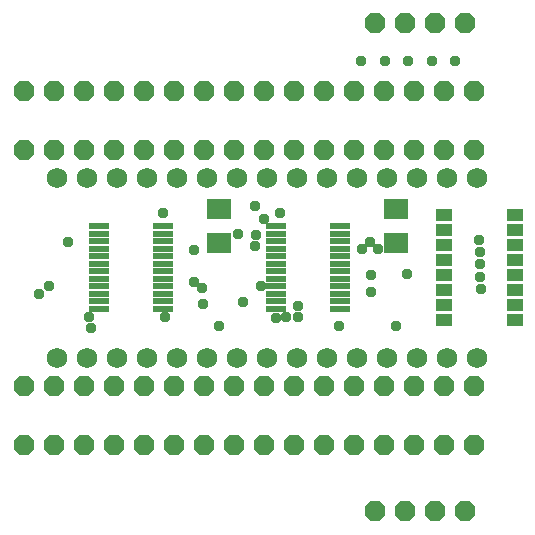
<source format=gbr>
G04 EAGLE Gerber RS-274X export*
G75*
%MOMM*%
%FSLAX34Y34*%
%LPD*%
%INSoldermask Top*%
%IPPOS*%
%AMOC8*
5,1,8,0,0,1.08239X$1,22.5*%
G01*
%ADD10P,1.869504X8X22.500000*%
%ADD11C,1.727200*%
%ADD12R,1.703200X0.603200*%
%ADD13R,1.403200X1.003200*%
%ADD14R,2.006200X1.803200*%
%ADD15C,0.959600*%


D10*
X14500Y74700D03*
X39900Y74700D03*
X65300Y74700D03*
X90700Y74700D03*
X116100Y74700D03*
X141500Y74700D03*
X166900Y74700D03*
X192300Y74700D03*
X217700Y74700D03*
X243100Y74700D03*
X268500Y74700D03*
X293900Y74700D03*
X319300Y74700D03*
X344700Y74700D03*
X370100Y74700D03*
X395500Y74700D03*
X14500Y124700D03*
X39900Y124700D03*
X65300Y124700D03*
X90700Y124700D03*
X116100Y124700D03*
X141500Y124700D03*
X166900Y124700D03*
X192300Y124700D03*
X217700Y124700D03*
X243100Y124700D03*
X268500Y124700D03*
X293900Y124700D03*
X319300Y124700D03*
X344700Y124700D03*
X370100Y124700D03*
X395500Y124700D03*
X14500Y324700D03*
X39900Y324700D03*
X65300Y324700D03*
X90700Y324700D03*
X116100Y324700D03*
X141500Y324700D03*
X166900Y324700D03*
X192300Y324700D03*
X217700Y324700D03*
X243100Y324700D03*
X268500Y324700D03*
X293900Y324700D03*
X319300Y324700D03*
X344700Y324700D03*
X370100Y324700D03*
X395500Y324700D03*
X14500Y374700D03*
X39900Y374700D03*
X65300Y374700D03*
X90700Y374700D03*
X116100Y374700D03*
X141500Y374700D03*
X166900Y374700D03*
X192300Y374700D03*
X217700Y374700D03*
X243100Y374700D03*
X268500Y374700D03*
X293900Y374700D03*
X319300Y374700D03*
X344700Y374700D03*
X370100Y374700D03*
X395500Y374700D03*
X311900Y18700D03*
X337300Y18700D03*
X362700Y18700D03*
X388100Y18700D03*
X311900Y431700D03*
X337300Y431700D03*
X362700Y431700D03*
X388100Y431700D03*
D11*
X220000Y301200D03*
X245400Y301200D03*
X270800Y301200D03*
X296200Y301200D03*
X321600Y301200D03*
X347000Y301200D03*
X194600Y301200D03*
X169200Y301200D03*
X143800Y301200D03*
X118400Y301200D03*
X93000Y301200D03*
X67600Y301200D03*
X42200Y301200D03*
X372400Y301200D03*
X397800Y301200D03*
X220000Y148800D03*
X194600Y148800D03*
X169200Y148800D03*
X143800Y148800D03*
X118400Y148800D03*
X93000Y148800D03*
X245400Y148800D03*
X270800Y148800D03*
X296200Y148800D03*
X321600Y148800D03*
X347000Y148800D03*
X372400Y148800D03*
X397800Y148800D03*
X67600Y148800D03*
X42200Y148800D03*
D12*
X78260Y259914D03*
X78260Y253564D03*
X78260Y247214D03*
X78260Y240864D03*
X78260Y234514D03*
X78260Y228164D03*
X78260Y221814D03*
X78260Y215464D03*
X78260Y209114D03*
X78260Y202764D03*
X78260Y196414D03*
X78260Y190064D03*
X132235Y190064D03*
X132235Y196414D03*
X132235Y202764D03*
X132235Y209114D03*
X132235Y215464D03*
X132235Y221814D03*
X132235Y228164D03*
X132235Y234514D03*
X132235Y240864D03*
X132235Y247214D03*
X132235Y253564D03*
X132235Y259914D03*
X228260Y259914D03*
X228260Y253564D03*
X228260Y247214D03*
X228260Y240864D03*
X228260Y234514D03*
X228260Y228164D03*
X228260Y221814D03*
X228260Y215464D03*
X228260Y209114D03*
X228260Y202764D03*
X228260Y196414D03*
X228260Y190064D03*
X282235Y190064D03*
X282235Y196414D03*
X282235Y202764D03*
X282235Y209114D03*
X282235Y215464D03*
X282235Y221814D03*
X282235Y228164D03*
X282235Y234514D03*
X282235Y240864D03*
X282235Y247214D03*
X282235Y253564D03*
X282235Y259914D03*
D13*
X370000Y269450D03*
X370000Y256750D03*
X370000Y244050D03*
X370000Y231350D03*
X370000Y218650D03*
X370000Y205950D03*
X370000Y193250D03*
X370000Y180550D03*
X430000Y180550D03*
X430000Y193250D03*
X430000Y205950D03*
X430000Y218650D03*
X430000Y231350D03*
X430000Y244050D03*
X430000Y256750D03*
X430000Y269450D03*
D14*
X180000Y274220D03*
X180000Y245780D03*
X330000Y274220D03*
X330000Y245780D03*
D15*
X27500Y203000D03*
X51500Y246500D03*
X211000Y252252D03*
X195860Y253760D03*
X215174Y208986D03*
X35500Y209000D03*
X210356Y243418D03*
X370000Y193250D03*
X281300Y175400D03*
X133720Y183012D03*
X132400Y271300D03*
X166300Y194000D03*
X158800Y240000D03*
X180000Y175780D03*
X330000Y175780D03*
X330000Y274220D03*
X180000Y274220D03*
X158404Y213098D03*
X370000Y180550D03*
X430000Y193250D03*
X217910Y266388D03*
X210500Y277252D03*
X71080Y174152D03*
X300700Y240350D03*
X308100Y218600D03*
X308800Y204300D03*
X338700Y219700D03*
X246300Y192100D03*
X246600Y183400D03*
X236800Y182800D03*
X228100Y182600D03*
X307200Y246400D03*
X314100Y240800D03*
X400300Y248600D03*
X400500Y238500D03*
X400700Y228300D03*
X401100Y217100D03*
X401400Y206700D03*
X300000Y400000D03*
X320000Y400000D03*
X340000Y400000D03*
X360000Y400000D03*
X380000Y400000D03*
X69514Y182986D03*
X165600Y207900D03*
X200000Y196100D03*
X231800Y271200D03*
M02*

</source>
